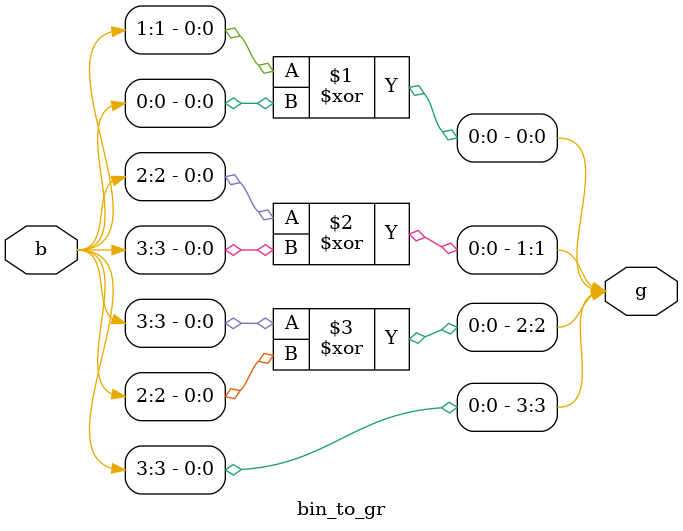
<source format=v>
module bin_to_gr(
    input [3:0] b,
    output [3:0] g
);

    assign g[0] = b[1] ^ b[0];
    assign g[1] = b[2] ^ b[3];
    assign g[2] = b[3] ^ b[2];
    assign g[3] = b[3];

endmodule

</source>
